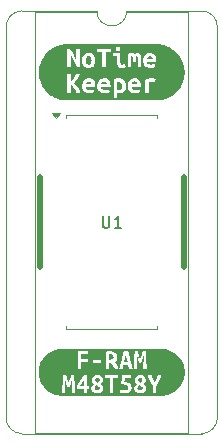
<source format=gbr>
%TF.GenerationSoftware,KiCad,Pcbnew,8.0.8*%
%TF.CreationDate,2025-02-02T11:15:27+01:00*%
%TF.ProjectId,NoTimekeeper,4e6f5469-6d65-46b6-9565-7065722e6b69,rev?*%
%TF.SameCoordinates,Original*%
%TF.FileFunction,Legend,Top*%
%TF.FilePolarity,Positive*%
%FSLAX46Y46*%
G04 Gerber Fmt 4.6, Leading zero omitted, Abs format (unit mm)*
G04 Created by KiCad (PCBNEW 8.0.8) date 2025-02-02 11:15:27*
%MOMM*%
%LPD*%
G01*
G04 APERTURE LIST*
%ADD10C,0.500000*%
%ADD11C,0.150000*%
%ADD12C,0.120000*%
%ADD13C,0.000000*%
G04 APERTURE END LIST*
D10*
X111709000Y-66213724D02*
X111709000Y-73833724D01*
X123901000Y-73833724D02*
X123901000Y-66213724D01*
D11*
X117043095Y-69478543D02*
X117043095Y-70288066D01*
X117043095Y-70288066D02*
X117090714Y-70383304D01*
X117090714Y-70383304D02*
X117138333Y-70430924D01*
X117138333Y-70430924D02*
X117233571Y-70478543D01*
X117233571Y-70478543D02*
X117424047Y-70478543D01*
X117424047Y-70478543D02*
X117519285Y-70430924D01*
X117519285Y-70430924D02*
X117566904Y-70383304D01*
X117566904Y-70383304D02*
X117614523Y-70288066D01*
X117614523Y-70288066D02*
X117614523Y-69478543D01*
X118614523Y-70478543D02*
X118043095Y-70478543D01*
X118328809Y-70478543D02*
X118328809Y-69478543D01*
X118328809Y-69478543D02*
X118233571Y-69621400D01*
X118233571Y-69621400D02*
X118138333Y-69716638D01*
X118138333Y-69716638D02*
X118043095Y-69764257D01*
D12*
%TO.C,U4*%
X108855000Y-53505000D02*
X108855000Y-86525000D01*
X110185000Y-87915000D02*
X125425000Y-87915000D01*
X111345000Y-52175000D02*
X111345000Y-87855000D01*
X111345000Y-87855000D02*
X124265000Y-87855000D01*
X116535000Y-52115000D02*
X110185000Y-52115000D01*
X116535000Y-52175000D02*
X111345000Y-52175000D01*
X119075000Y-52115000D02*
X125425000Y-52115000D01*
X124265000Y-52175000D02*
X119075000Y-52175000D01*
X124265000Y-87855000D02*
X124265000Y-52175000D01*
X126755000Y-86525000D02*
X126755000Y-53505000D01*
X108855000Y-53505000D02*
G75*
G02*
X110185000Y-52115000I1360000J30000D01*
G01*
X110185000Y-87915000D02*
G75*
G02*
X108855000Y-86525000I30000J1360000D01*
G01*
X119075000Y-52115000D02*
G75*
G02*
X116535000Y-52115000I-1270000J0D01*
G01*
X125425000Y-52115000D02*
G75*
G02*
X126755000Y-53505000I-30000J-1360000D01*
G01*
X126755000Y-86525000D02*
G75*
G02*
X125425000Y-87915000I-1360000J-30000D01*
G01*
D13*
%TO.C,kibuzzard-679CF58C*%
G36*
X115974952Y-58105092D02*
G01*
X116047326Y-58163250D01*
X116088683Y-58244672D01*
X116101607Y-58339017D01*
X115615662Y-58339017D01*
X115637633Y-58243379D01*
X115684160Y-58160665D01*
X115759120Y-58103799D01*
X115866389Y-58083121D01*
X115974952Y-58105092D01*
G37*
G36*
X117267359Y-58105092D02*
G01*
X117339733Y-58163250D01*
X117381091Y-58244672D01*
X117394015Y-58339017D01*
X116908070Y-58339017D01*
X116930040Y-58243379D01*
X116976567Y-58160665D01*
X117051527Y-58103799D01*
X117158796Y-58083121D01*
X117267359Y-58105092D01*
G37*
G36*
X119852173Y-58105092D02*
G01*
X119924548Y-58163250D01*
X119965905Y-58244672D01*
X119978829Y-58339017D01*
X119492884Y-58339017D01*
X119514855Y-58243379D01*
X119561381Y-58160665D01*
X119636341Y-58103799D01*
X119743611Y-58083121D01*
X119852173Y-58105092D01*
G37*
G36*
X121144580Y-55951080D02*
G01*
X121216955Y-56009238D01*
X121258312Y-56090660D01*
X121271236Y-56185005D01*
X120785291Y-56185005D01*
X120807262Y-56089367D01*
X120853788Y-56006653D01*
X120928748Y-55949787D01*
X121036018Y-55929109D01*
X121144580Y-55951080D01*
G37*
G36*
X118535210Y-58119631D02*
G01*
X118616632Y-58198145D01*
X118665097Y-58317369D01*
X118681252Y-58465673D01*
X118667682Y-58614623D01*
X118626971Y-58725447D01*
X118557827Y-58794268D01*
X118458958Y-58817208D01*
X118355565Y-58804284D01*
X118272851Y-58770681D01*
X118272851Y-58103799D01*
X118342641Y-58097337D01*
X118420186Y-58093460D01*
X118535210Y-58119631D01*
G37*
G36*
X115967520Y-55964327D02*
G01*
X116043449Y-56038963D01*
X116087068Y-56154311D01*
X116101607Y-56301322D01*
X116085775Y-56448656D01*
X116038280Y-56564973D01*
X115959766Y-56640579D01*
X115850881Y-56665781D01*
X115739410Y-56640579D01*
X115663481Y-56564973D01*
X115619863Y-56448656D01*
X115605323Y-56301322D01*
X115621155Y-56154311D01*
X115668651Y-56038963D01*
X115747165Y-55964327D01*
X115856050Y-55939448D01*
X115967520Y-55964327D01*
G37*
G36*
X121696299Y-54928218D02*
G01*
X121813272Y-54936846D01*
X121929680Y-54951204D01*
X122045244Y-54971256D01*
X122159684Y-54996954D01*
X122272726Y-55028237D01*
X122384097Y-55065029D01*
X122493528Y-55107241D01*
X122600756Y-55154772D01*
X122705522Y-55207507D01*
X122807575Y-55265320D01*
X122906669Y-55328070D01*
X123002563Y-55395607D01*
X123095029Y-55467767D01*
X123183842Y-55544378D01*
X123268789Y-55625255D01*
X123349666Y-55710202D01*
X123426277Y-55799015D01*
X123498438Y-55891481D01*
X123565974Y-55987376D01*
X123628725Y-56086469D01*
X123686537Y-56188522D01*
X123739272Y-56293288D01*
X123786803Y-56400516D01*
X123829015Y-56509948D01*
X123865807Y-56621318D01*
X123897090Y-56734360D01*
X123922788Y-56848800D01*
X123942840Y-56964364D01*
X123957198Y-57080772D01*
X123965826Y-57197745D01*
X123968705Y-57315000D01*
X123965826Y-57432255D01*
X123957198Y-57549228D01*
X123942840Y-57665636D01*
X123922788Y-57781200D01*
X123897090Y-57895640D01*
X123865807Y-58008682D01*
X123829015Y-58120052D01*
X123786803Y-58229484D01*
X123739272Y-58336712D01*
X123686537Y-58441478D01*
X123628725Y-58543531D01*
X123565974Y-58642624D01*
X123498438Y-58738519D01*
X123426277Y-58830985D01*
X123349666Y-58919798D01*
X123268789Y-59004745D01*
X123183842Y-59085622D01*
X123095029Y-59162233D01*
X123002563Y-59234393D01*
X122906669Y-59301930D01*
X122807575Y-59364680D01*
X122705522Y-59422493D01*
X122600756Y-59475228D01*
X122493528Y-59522759D01*
X122384097Y-59564971D01*
X122272726Y-59601763D01*
X122159684Y-59633046D01*
X122045244Y-59658744D01*
X121929680Y-59678796D01*
X121813272Y-59693154D01*
X121696299Y-59701782D01*
X121579044Y-59704661D01*
X121578829Y-59704661D01*
X120927456Y-59704661D01*
X120301931Y-59704661D01*
X119831494Y-59704661D01*
X118272851Y-59704661D01*
X117246680Y-59704661D01*
X115954273Y-59704661D01*
X114819540Y-59704661D01*
X114031171Y-59704661D01*
X114030956Y-59704661D01*
X113913701Y-59701782D01*
X113796728Y-59693154D01*
X113680320Y-59678796D01*
X113564756Y-59658744D01*
X113450316Y-59633046D01*
X113337274Y-59601763D01*
X113225903Y-59564971D01*
X113116472Y-59522759D01*
X113009244Y-59475228D01*
X112904478Y-59422493D01*
X112802425Y-59364680D01*
X112703332Y-59301930D01*
X112607437Y-59234394D01*
X112514971Y-59162233D01*
X112426158Y-59085622D01*
X112402151Y-59062765D01*
X114031171Y-59062765D01*
X114349103Y-59062765D01*
X114349103Y-58331263D01*
X114484806Y-58477305D01*
X114554273Y-58567127D01*
X114620509Y-58663411D01*
X114682221Y-58764219D01*
X114738118Y-58867612D01*
X114819540Y-59062765D01*
X115178829Y-59062765D01*
X115136826Y-58947418D01*
X115083191Y-58828840D01*
X115020186Y-58709938D01*
X114950073Y-58593621D01*
X114874144Y-58482151D01*
X114861441Y-58465673D01*
X115287391Y-58465673D01*
X115299023Y-58611069D01*
X115333918Y-58737079D01*
X115390460Y-58844025D01*
X115467036Y-58932232D01*
X115562674Y-59001376D01*
X115676406Y-59051134D01*
X115807262Y-59081182D01*
X115954273Y-59091198D01*
X116163643Y-59071812D01*
X116339410Y-59023993D01*
X116295469Y-58752588D01*
X116149427Y-58793945D01*
X115967197Y-58814623D01*
X115826325Y-58797499D01*
X115713885Y-58746125D01*
X115640218Y-58665027D01*
X115615662Y-58558726D01*
X116404031Y-58558726D01*
X116407908Y-58504445D01*
X116408683Y-58465673D01*
X116579798Y-58465673D01*
X116591430Y-58611069D01*
X116626325Y-58737079D01*
X116682868Y-58844025D01*
X116759443Y-58932232D01*
X116855081Y-59001376D01*
X116968813Y-59051134D01*
X117099669Y-59081182D01*
X117246680Y-59091198D01*
X117456050Y-59071812D01*
X117631818Y-59023993D01*
X117587876Y-58752588D01*
X117441834Y-58793945D01*
X117259604Y-58814623D01*
X117118732Y-58797499D01*
X117006292Y-58746125D01*
X116932625Y-58665027D01*
X116908070Y-58558726D01*
X117696438Y-58558726D01*
X117700315Y-58504445D01*
X117701607Y-58439825D01*
X117686099Y-58252713D01*
X117639572Y-58098055D01*
X117562028Y-57975851D01*
X117454614Y-57887536D01*
X117452402Y-57886675D01*
X117954919Y-57886675D01*
X117954919Y-59489260D01*
X118272851Y-59489260D01*
X118272851Y-59031747D01*
X118400154Y-59076335D01*
X118523578Y-59091198D01*
X118635372Y-59079567D01*
X118732948Y-59044672D01*
X118882868Y-58914138D01*
X118935210Y-58821731D01*
X118973336Y-58712523D01*
X118996599Y-58589421D01*
X119003756Y-58465673D01*
X119164612Y-58465673D01*
X119176244Y-58611069D01*
X119211139Y-58737079D01*
X119267682Y-58844025D01*
X119344257Y-58932232D01*
X119439895Y-59001376D01*
X119553627Y-59051134D01*
X119684483Y-59081182D01*
X119831494Y-59091198D01*
X120040864Y-59071812D01*
X120216632Y-59023993D01*
X120172690Y-58752588D01*
X120026648Y-58793945D01*
X119844418Y-58814623D01*
X119703546Y-58797499D01*
X119591107Y-58746125D01*
X119517439Y-58665027D01*
X119492884Y-58558726D01*
X120281252Y-58558726D01*
X120285129Y-58504445D01*
X120286422Y-58439825D01*
X120270913Y-58252713D01*
X120224386Y-58098055D01*
X120146842Y-57975851D01*
X120088682Y-57928032D01*
X120606939Y-57928032D01*
X120606939Y-59062765D01*
X120927456Y-59062765D01*
X120927456Y-58160665D01*
X121059281Y-58136109D01*
X121191107Y-58129647D01*
X121260897Y-58132232D01*
X121346196Y-58141279D01*
X121432787Y-58155495D01*
X121506454Y-58171004D01*
X121563320Y-57876335D01*
X121463805Y-57851780D01*
X121353950Y-57836271D01*
X121251850Y-57827224D01*
X121178183Y-57824639D01*
X121123902Y-57826949D01*
X121011139Y-57831747D01*
X120866712Y-57853072D01*
X120735210Y-57886029D01*
X120606939Y-57928032D01*
X120088682Y-57928032D01*
X120039428Y-57887536D01*
X119903295Y-57834548D01*
X119738441Y-57816885D01*
X119631171Y-57827224D01*
X119526486Y-57858242D01*
X119428910Y-57909615D01*
X119342965Y-57981020D01*
X119270590Y-58072458D01*
X119213724Y-58183928D01*
X119176890Y-58315108D01*
X119164612Y-58465673D01*
X119003756Y-58465673D01*
X119004354Y-58455334D01*
X118987696Y-58274110D01*
X118937723Y-58119882D01*
X118854435Y-57992652D01*
X118739841Y-57897876D01*
X118655404Y-57864505D01*
X118595953Y-57841010D01*
X118422771Y-57822054D01*
X118297730Y-57826578D01*
X118170751Y-57840148D01*
X118052819Y-57860827D01*
X117954919Y-57886675D01*
X117452402Y-57886675D01*
X117318481Y-57834548D01*
X117306131Y-57833224D01*
X117153627Y-57816885D01*
X117046357Y-57827224D01*
X116941672Y-57858242D01*
X116844095Y-57909615D01*
X116758150Y-57981020D01*
X116685775Y-58072458D01*
X116628910Y-58183928D01*
X116592076Y-58315108D01*
X116579798Y-58465673D01*
X116408683Y-58465673D01*
X116409200Y-58439825D01*
X116393691Y-58252713D01*
X116347165Y-58098055D01*
X116269620Y-57975851D01*
X116162207Y-57887536D01*
X116026073Y-57834548D01*
X115861220Y-57816885D01*
X115856050Y-57817383D01*
X115753950Y-57827224D01*
X115649265Y-57858242D01*
X115551688Y-57909615D01*
X115465743Y-57981020D01*
X115393368Y-58072458D01*
X115336502Y-58183928D01*
X115299669Y-58315108D01*
X115287391Y-58465673D01*
X114861441Y-58465673D01*
X114793691Y-58377789D01*
X114711624Y-58282798D01*
X114630848Y-58199437D01*
X114709362Y-58104445D01*
X114784645Y-58005576D01*
X114856050Y-57905738D01*
X114922932Y-57807838D01*
X114983998Y-57712846D01*
X115037956Y-57621731D01*
X115124548Y-57462765D01*
X114832464Y-57462765D01*
X114765259Y-57462765D01*
X114687714Y-57617854D01*
X114585614Y-57791037D01*
X114468005Y-57966804D01*
X114349103Y-58127062D01*
X114349103Y-57462765D01*
X114031171Y-57462765D01*
X114031171Y-59062765D01*
X112402151Y-59062765D01*
X112341211Y-59004745D01*
X112260334Y-58919798D01*
X112183723Y-58830985D01*
X112111562Y-58738519D01*
X112044026Y-58642624D01*
X111981276Y-58543531D01*
X111923463Y-58441478D01*
X111870728Y-58336712D01*
X111823197Y-58229484D01*
X111780985Y-58120052D01*
X111744193Y-58008682D01*
X111712910Y-57895640D01*
X111687212Y-57781200D01*
X111667160Y-57665636D01*
X111652802Y-57549228D01*
X111644174Y-57432255D01*
X111641295Y-57315000D01*
X111644174Y-57197745D01*
X111652802Y-57080772D01*
X111667160Y-56964364D01*
X111676809Y-56908753D01*
X114033756Y-56908753D01*
X114320670Y-56908753D01*
X114320670Y-55846395D01*
X114416739Y-56023742D01*
X114508500Y-56200801D01*
X114595953Y-56377574D01*
X114679098Y-56554347D01*
X114757935Y-56731406D01*
X114832464Y-56908753D01*
X115088360Y-56908753D01*
X115088360Y-56298737D01*
X115282221Y-56298737D01*
X115292561Y-56436702D01*
X115323578Y-56561096D01*
X115373659Y-56670627D01*
X115441187Y-56764004D01*
X115524548Y-56839610D01*
X115622124Y-56895829D01*
X115732948Y-56930724D01*
X115856050Y-56942356D01*
X115979152Y-56930724D01*
X116089976Y-56895829D01*
X116187229Y-56839610D01*
X116269620Y-56764004D01*
X116336179Y-56670627D01*
X116385937Y-56561096D01*
X116416955Y-56436702D01*
X116427294Y-56298737D01*
X116416955Y-56162711D01*
X116385937Y-56038963D01*
X116335856Y-55929755D01*
X116268328Y-55837348D01*
X116184968Y-55763034D01*
X116087391Y-55708107D01*
X115977213Y-55674181D01*
X115856050Y-55662873D01*
X115736502Y-55674181D01*
X115626002Y-55708107D01*
X115527456Y-55763034D01*
X115443772Y-55837348D01*
X115375921Y-55929755D01*
X115324871Y-56038963D01*
X115292884Y-56162711D01*
X115282221Y-56298737D01*
X115088360Y-56298737D01*
X115088360Y-55572404D01*
X116564289Y-55572404D01*
X116985614Y-55572404D01*
X116985614Y-56908753D01*
X117306131Y-56908753D01*
X117306131Y-55693891D01*
X117885129Y-55693891D01*
X117885129Y-55957542D01*
X118221155Y-55957542D01*
X118221155Y-56404715D01*
X118226325Y-56524262D01*
X118241834Y-56629593D01*
X118312916Y-56796314D01*
X118447326Y-56900999D01*
X118541349Y-56928139D01*
X118655404Y-56937186D01*
X118814370Y-56920385D01*
X118999184Y-56857057D01*
X118957827Y-56601160D01*
X118818247Y-56648980D01*
X118712270Y-56660611D01*
X118579152Y-56607623D01*
X118539087Y-56446072D01*
X118539087Y-55740417D01*
X119159443Y-55740417D01*
X119159443Y-56908753D01*
X119417924Y-56908753D01*
X119417924Y-55954957D01*
X119460574Y-55947202D01*
X119498053Y-55944618D01*
X119576890Y-55993729D01*
X119601446Y-56166912D01*
X119601446Y-56446072D01*
X119859927Y-56446072D01*
X119859927Y-56203099D01*
X119854758Y-56071274D01*
X119841834Y-55962711D01*
X119888360Y-55948495D01*
X119937472Y-55944618D01*
X119977536Y-55952372D01*
X120011139Y-55983390D01*
X120034402Y-56050595D01*
X120043449Y-56166912D01*
X120043449Y-56908753D01*
X120301931Y-56908753D01*
X120301931Y-56311661D01*
X120457019Y-56311661D01*
X120468651Y-56457057D01*
X120503546Y-56583067D01*
X120560089Y-56690013D01*
X120636664Y-56778220D01*
X120732302Y-56847364D01*
X120846034Y-56897122D01*
X120976890Y-56927170D01*
X121123902Y-56937186D01*
X121333271Y-56917800D01*
X121509039Y-56869981D01*
X121465097Y-56598576D01*
X121319055Y-56639933D01*
X121136826Y-56660611D01*
X120995953Y-56643487D01*
X120883514Y-56592114D01*
X120809847Y-56511015D01*
X120785291Y-56404715D01*
X121573659Y-56404715D01*
X121577536Y-56350433D01*
X121578829Y-56285813D01*
X121563320Y-56098701D01*
X121516793Y-55944043D01*
X121439249Y-55821839D01*
X121331835Y-55733525D01*
X121195702Y-55680536D01*
X121030848Y-55662873D01*
X120923578Y-55673212D01*
X120818893Y-55704230D01*
X120721317Y-55755603D01*
X120635372Y-55827009D01*
X120562997Y-55918446D01*
X120506131Y-56029917D01*
X120469297Y-56161096D01*
X120457019Y-56311661D01*
X120301931Y-56311661D01*
X120301931Y-56182421D01*
X120298700Y-56063842D01*
X120289007Y-55961419D01*
X120238603Y-55805038D01*
X120136502Y-55711984D01*
X119971074Y-55680967D01*
X119847003Y-55702938D01*
X119743611Y-55753341D01*
X119651850Y-55697768D01*
X119531656Y-55680967D01*
X119358473Y-55696475D01*
X119159443Y-55740417D01*
X118539087Y-55740417D01*
X118539087Y-55693891D01*
X118324548Y-55693891D01*
X117885129Y-55693891D01*
X117306131Y-55693891D01*
X117306131Y-55572404D01*
X117727456Y-55572404D01*
X117727456Y-55344941D01*
X118125517Y-55344941D01*
X118183675Y-55492275D01*
X118324548Y-55546556D01*
X118466712Y-55492275D01*
X118526163Y-55344941D01*
X118466712Y-55195022D01*
X118324548Y-55140740D01*
X118183675Y-55195022D01*
X118125517Y-55344941D01*
X117727456Y-55344941D01*
X117727456Y-55308753D01*
X116564289Y-55308753D01*
X116564289Y-55572404D01*
X115088360Y-55572404D01*
X115088360Y-55308753D01*
X114801446Y-55308753D01*
X114801446Y-56293568D01*
X114755889Y-56192760D01*
X114701931Y-56076443D01*
X114641187Y-55950433D01*
X114575275Y-55820547D01*
X114505808Y-55688398D01*
X114434402Y-55555603D01*
X114362028Y-55427332D01*
X114289653Y-55308753D01*
X114033756Y-55308753D01*
X114033756Y-56908753D01*
X111676809Y-56908753D01*
X111687212Y-56848800D01*
X111712910Y-56734360D01*
X111744193Y-56621318D01*
X111780985Y-56509948D01*
X111823197Y-56400516D01*
X111870728Y-56293288D01*
X111923463Y-56188522D01*
X111981276Y-56086469D01*
X112044026Y-55987376D01*
X112111562Y-55891481D01*
X112183723Y-55799015D01*
X112260334Y-55710202D01*
X112341211Y-55625255D01*
X112426158Y-55544378D01*
X112514971Y-55467767D01*
X112607437Y-55395606D01*
X112703332Y-55328070D01*
X112802425Y-55265320D01*
X112904478Y-55207507D01*
X113009244Y-55154772D01*
X113116472Y-55107241D01*
X113225903Y-55065029D01*
X113337274Y-55028237D01*
X113450316Y-54996954D01*
X113564756Y-54971256D01*
X113680320Y-54951204D01*
X113796728Y-54936846D01*
X113913701Y-54928218D01*
X114030956Y-54925339D01*
X114031171Y-54925339D01*
X121578829Y-54925339D01*
X121579044Y-54925339D01*
X121696299Y-54928218D01*
G37*
%TO.C,kibuzzard-679CF65F*%
G36*
X115453223Y-83868877D02*
G01*
X115113966Y-83868877D01*
X115186664Y-83730751D01*
X115272690Y-83591414D01*
X115363562Y-83459346D01*
X115453223Y-83340606D01*
X115453223Y-83868877D01*
G37*
G36*
X116716955Y-83220654D02*
G01*
X116773901Y-83347876D01*
X116742399Y-83477520D01*
X116635775Y-83599895D01*
X116516430Y-83542948D01*
X116439491Y-83488425D01*
X116383756Y-83350299D01*
X116443126Y-83221866D01*
X116580040Y-83178247D01*
X116716955Y-83220654D01*
G37*
G36*
X119045711Y-81399976D02*
G01*
X119084483Y-81550218D01*
X119117197Y-81699249D01*
X119146276Y-81854338D01*
X118853061Y-81854338D01*
X118883352Y-81699249D01*
X118917278Y-81550218D01*
X118956050Y-81399976D01*
X119000880Y-81238829D01*
X119045711Y-81399976D01*
G37*
G36*
X120351850Y-83220654D02*
G01*
X120408796Y-83347876D01*
X120377294Y-83477520D01*
X120270670Y-83599895D01*
X120151325Y-83542948D01*
X120074386Y-83488425D01*
X120018651Y-83350299D01*
X120078021Y-83221866D01*
X120214935Y-83178247D01*
X120351850Y-83220654D01*
G37*
G36*
X116635775Y-83862819D02*
G01*
X116738764Y-83923401D01*
X116796922Y-83990040D01*
X116815097Y-84074855D01*
X116750880Y-84199653D01*
X116577617Y-84251753D01*
X116414047Y-84202076D01*
X116344984Y-84055468D01*
X116381333Y-83923401D01*
X116485533Y-83798603D01*
X116635775Y-83862819D01*
G37*
G36*
X120270670Y-83862819D02*
G01*
X120373659Y-83923401D01*
X120431817Y-83990040D01*
X120449992Y-84074855D01*
X120385775Y-84199653D01*
X120212512Y-84251753D01*
X120048942Y-84202076D01*
X119979879Y-84055468D01*
X120016228Y-83923401D01*
X120120428Y-83798603D01*
X120270670Y-83862819D01*
G37*
G36*
X117811664Y-81204297D02*
G01*
X117895872Y-81246099D01*
X117950396Y-81317585D01*
X117968570Y-81420574D01*
X117900719Y-81588990D01*
X117811664Y-81633518D01*
X117680202Y-81648360D01*
X117614774Y-81648360D01*
X117614774Y-81197633D01*
X117663239Y-81191575D01*
X117704435Y-81190363D01*
X117811664Y-81204297D01*
G37*
G36*
X122198154Y-80738698D02*
G01*
X122390929Y-80767294D01*
X122579972Y-80814646D01*
X122763463Y-80880301D01*
X122939636Y-80963624D01*
X123106793Y-81063814D01*
X123263325Y-81179906D01*
X123407724Y-81310782D01*
X123538600Y-81455181D01*
X123654691Y-81611713D01*
X123754882Y-81778870D01*
X123838205Y-81955043D01*
X123903859Y-82138534D01*
X123951212Y-82327577D01*
X123979807Y-82520351D01*
X123989370Y-82715000D01*
X123979807Y-82909649D01*
X123951212Y-83102423D01*
X123903859Y-83291466D01*
X123838205Y-83474957D01*
X123754882Y-83651130D01*
X123654691Y-83818287D01*
X123538600Y-83974819D01*
X123407724Y-84119218D01*
X123263325Y-84250094D01*
X123106793Y-84366186D01*
X122939636Y-84466376D01*
X122763463Y-84549699D01*
X122579972Y-84615354D01*
X122390929Y-84662706D01*
X122198154Y-84691302D01*
X122003506Y-84700864D01*
X122003304Y-84700864D01*
X121579233Y-84700864D01*
X120765016Y-84700864D01*
X120207666Y-84700864D01*
X118886987Y-84700864D01*
X118370832Y-84700864D01*
X117941914Y-84700864D01*
X116572771Y-84700864D01*
X115751284Y-84700864D01*
X114706858Y-84700864D01*
X113606696Y-84700864D01*
X113606494Y-84700864D01*
X113411846Y-84691302D01*
X113219071Y-84662706D01*
X113030028Y-84615354D01*
X112846537Y-84549699D01*
X112672578Y-84467423D01*
X113606696Y-84467423D01*
X113880525Y-84467423D01*
X113868409Y-83301834D01*
X114045307Y-83936729D01*
X114263401Y-83936729D01*
X114447569Y-83301834D01*
X114433029Y-84467423D01*
X114706858Y-84467423D01*
X114701405Y-84275683D01*
X114694742Y-84088183D01*
X114686563Y-83903409D01*
X114686134Y-83895533D01*
X114828021Y-83895533D01*
X114828021Y-84113627D01*
X115453223Y-84113627D01*
X115453223Y-84467423D01*
X115751284Y-84467423D01*
X115751284Y-84113627D01*
X115913643Y-84113627D01*
X115913643Y-84091817D01*
X116066309Y-84091817D01*
X116102658Y-84262658D01*
X116205646Y-84391090D01*
X116365582Y-84471058D01*
X116464027Y-84491959D01*
X116572771Y-84498926D01*
X116706656Y-84489233D01*
X116817520Y-84460153D01*
X116978667Y-84362011D01*
X117068328Y-84227520D01*
X117096195Y-84079701D01*
X117081959Y-83970654D01*
X117039249Y-83871300D01*
X116962007Y-83780428D01*
X116844176Y-83696826D01*
X116938683Y-83620796D01*
X117004111Y-83528409D01*
X117042278Y-83426935D01*
X117055000Y-83323643D01*
X117033478Y-83214596D01*
X117246438Y-83214596D01*
X117641430Y-83214596D01*
X117641430Y-84467423D01*
X117941914Y-84467423D01*
X117941914Y-84421381D01*
X118482302Y-84421381D01*
X118551365Y-84448037D01*
X118651931Y-84473481D01*
X118768247Y-84491656D01*
X118886987Y-84498926D01*
X119025719Y-84489838D01*
X119146276Y-84462577D01*
X119248659Y-84418958D01*
X119332868Y-84360800D01*
X119444338Y-84206922D01*
X119466056Y-84091817D01*
X119701204Y-84091817D01*
X119737552Y-84262658D01*
X119840541Y-84391090D01*
X120000477Y-84471058D01*
X120098922Y-84491959D01*
X120207666Y-84498926D01*
X120341551Y-84489233D01*
X120452415Y-84460153D01*
X120613562Y-84362011D01*
X120703223Y-84227520D01*
X120731090Y-84079701D01*
X120716854Y-83970654D01*
X120674144Y-83871300D01*
X120596902Y-83780428D01*
X120479071Y-83696826D01*
X120573578Y-83620796D01*
X120639006Y-83528409D01*
X120677173Y-83426935D01*
X120689895Y-83323643D01*
X120658090Y-83162496D01*
X120562674Y-83037698D01*
X120431441Y-82967423D01*
X120852254Y-82967423D01*
X120914585Y-83129647D01*
X120978802Y-83286756D01*
X121044903Y-83438748D01*
X121115582Y-83589394D01*
X121193530Y-83742464D01*
X121278748Y-83897956D01*
X121278748Y-84467423D01*
X121579233Y-84467423D01*
X121579233Y-83895533D01*
X121644661Y-83778308D01*
X121705242Y-83664111D01*
X121761583Y-83551127D01*
X121814289Y-83437536D01*
X121863966Y-83323037D01*
X121911220Y-83207326D01*
X121957262Y-83089192D01*
X122003304Y-82967423D01*
X121695549Y-82967423D01*
X121636179Y-83141898D01*
X121602859Y-83238223D01*
X121568328Y-83333336D01*
X121498053Y-83512658D01*
X121436260Y-83653207D01*
X121364774Y-83495392D01*
X121295711Y-83322431D01*
X121230889Y-83143413D01*
X121172124Y-82967423D01*
X120852254Y-82967423D01*
X120431441Y-82967423D01*
X120413340Y-82957730D01*
X120219782Y-82931074D01*
X120094984Y-82941373D01*
X119991995Y-82972270D01*
X119844176Y-83076470D01*
X119762997Y-83218231D01*
X119737552Y-83369685D01*
X119776325Y-83544160D01*
X119832060Y-83624128D01*
X119921721Y-83699249D01*
X119822973Y-83782548D01*
X119754515Y-83877359D01*
X119714531Y-83981256D01*
X119701204Y-84091817D01*
X119466056Y-84091817D01*
X119480687Y-84014273D01*
X119464262Y-83873724D01*
X119414989Y-83755792D01*
X119332868Y-83660477D01*
X119217359Y-83588317D01*
X119067924Y-83539852D01*
X118884564Y-83515081D01*
X118896680Y-83376955D01*
X118908796Y-83214596D01*
X119424952Y-83214596D01*
X119424952Y-82967423D01*
X119267439Y-82967423D01*
X118659200Y-82967423D01*
X118650113Y-83152500D01*
X118637391Y-83344241D01*
X118620428Y-83541434D01*
X118598619Y-83742868D01*
X118765218Y-83748017D01*
X118896680Y-83763465D01*
X119072367Y-83821624D01*
X119154758Y-83911284D01*
X119175355Y-84026389D01*
X119163239Y-84106357D01*
X119118409Y-84175420D01*
X119028748Y-84225097D01*
X118884564Y-84244483D01*
X118771276Y-84239031D01*
X118678586Y-84222674D01*
X118542884Y-84174208D01*
X118482302Y-84421381D01*
X117941914Y-84421381D01*
X117941914Y-83214596D01*
X118336906Y-83214596D01*
X118336906Y-82967423D01*
X117246438Y-82967423D01*
X117246438Y-83214596D01*
X117033478Y-83214596D01*
X117023195Y-83162496D01*
X116927779Y-83037698D01*
X116912027Y-83029263D01*
X116778445Y-82957730D01*
X116584887Y-82931074D01*
X116460089Y-82941373D01*
X116357100Y-82972270D01*
X116209281Y-83076470D01*
X116128102Y-83218231D01*
X116102658Y-83369685D01*
X116141430Y-83544160D01*
X116197165Y-83624128D01*
X116286826Y-83699249D01*
X116188078Y-83782548D01*
X116119620Y-83877359D01*
X116079637Y-83981256D01*
X116066309Y-84091817D01*
X115913643Y-84091817D01*
X115913643Y-83868877D01*
X115751284Y-83868877D01*
X115751284Y-82967423D01*
X115484725Y-82967423D01*
X115387795Y-83070715D01*
X115290864Y-83186729D01*
X115196357Y-83310012D01*
X115106696Y-83435113D01*
X115023094Y-83559608D01*
X114946761Y-83681074D01*
X114915258Y-83735264D01*
X114880727Y-83794665D01*
X114828021Y-83895533D01*
X114686134Y-83895533D01*
X114676567Y-83719847D01*
X114664451Y-83535981D01*
X114649911Y-83350299D01*
X114633857Y-83161284D01*
X114617197Y-82967423D01*
X114370024Y-82967423D01*
X114326405Y-83095856D01*
X114273094Y-83261850D01*
X114212512Y-83446018D01*
X114151931Y-83631397D01*
X114096195Y-83456922D01*
X114038037Y-83270331D01*
X113983514Y-83098279D01*
X113941107Y-82967423D01*
X113693934Y-82967423D01*
X113677880Y-83131599D01*
X113663643Y-83309103D01*
X113651224Y-83496300D01*
X113640622Y-83689556D01*
X113631232Y-83886446D01*
X113622447Y-84084548D01*
X113614269Y-84279620D01*
X113606696Y-84467423D01*
X112672578Y-84467423D01*
X112670364Y-84466376D01*
X112503207Y-84366186D01*
X112346675Y-84250094D01*
X112202276Y-84119218D01*
X112071400Y-83974819D01*
X111955309Y-83818287D01*
X111855118Y-83651130D01*
X111771795Y-83474957D01*
X111706141Y-83291466D01*
X111658788Y-83102423D01*
X111630193Y-82909649D01*
X111620630Y-82715000D01*
X111630193Y-82520351D01*
X111640920Y-82448037D01*
X114915258Y-82448037D01*
X115213320Y-82448037D01*
X115213320Y-81973078D01*
X116248053Y-81973078D01*
X116912027Y-81973078D01*
X116912027Y-81679863D01*
X116248053Y-81679863D01*
X116248053Y-81973078D01*
X115213320Y-81973078D01*
X115213320Y-81805872D01*
X115756131Y-81805872D01*
X115756131Y-81558700D01*
X115213320Y-81558700D01*
X115213320Y-81195210D01*
X115833675Y-81195210D01*
X115833675Y-80969847D01*
X117316712Y-80969847D01*
X117316712Y-82448037D01*
X117614774Y-82448037D01*
X117614774Y-81895533D01*
X117769863Y-81895533D01*
X117851951Y-82032750D01*
X117928586Y-82168150D01*
X117997952Y-82305368D01*
X118058231Y-82448037D01*
X118370832Y-82448037D01*
X118419297Y-82448037D01*
X118729475Y-82448037D01*
X118797326Y-82101511D01*
X119197165Y-82101511D01*
X119267439Y-82448037D01*
X119587310Y-82448037D01*
X119664855Y-82448037D01*
X119938683Y-82448037D01*
X119926567Y-81282447D01*
X120103465Y-81917342D01*
X120321559Y-81917342D01*
X120505727Y-81282447D01*
X120491187Y-82448037D01*
X120765016Y-82448037D01*
X120759564Y-82256296D01*
X120752900Y-82068796D01*
X120744721Y-81884023D01*
X120734725Y-81700460D01*
X120722609Y-81516595D01*
X120708069Y-81330913D01*
X120692015Y-81141898D01*
X120675355Y-80948037D01*
X120428183Y-80948037D01*
X120384564Y-81076470D01*
X120331252Y-81242464D01*
X120270670Y-81426632D01*
X120210089Y-81612011D01*
X120154354Y-81437536D01*
X120096195Y-81250945D01*
X120041672Y-81078893D01*
X119999265Y-80948037D01*
X119752092Y-80948037D01*
X119736038Y-81112213D01*
X119721801Y-81289717D01*
X119709382Y-81476914D01*
X119698780Y-81670170D01*
X119689390Y-81867060D01*
X119680606Y-82065162D01*
X119672427Y-82260234D01*
X119664855Y-82448037D01*
X119587310Y-82448037D01*
X119547326Y-82277973D01*
X119506858Y-82112851D01*
X119465905Y-81952674D01*
X119424467Y-81797439D01*
X119382544Y-81647149D01*
X119329763Y-81464874D01*
X119276830Y-81287597D01*
X119223745Y-81115318D01*
X119170509Y-80948037D01*
X118845792Y-80948037D01*
X118794449Y-81113955D01*
X118742197Y-81284568D01*
X118689037Y-81459876D01*
X118634968Y-81639879D01*
X118591446Y-81788910D01*
X118548118Y-81944241D01*
X118504984Y-82105872D01*
X118462044Y-82273805D01*
X118419297Y-82448037D01*
X118370832Y-82448037D01*
X118301769Y-82289313D01*
X118218166Y-82122108D01*
X118128506Y-81962173D01*
X118041268Y-81822835D01*
X118147286Y-81754378D01*
X118218166Y-81660477D01*
X118258150Y-81547795D01*
X118271478Y-81422997D01*
X118261482Y-81305166D01*
X118231494Y-81203691D01*
X118116389Y-81049814D01*
X118033998Y-80997108D01*
X117937068Y-80960153D01*
X117826809Y-80938344D01*
X117704435Y-80931074D01*
X117619620Y-80933498D01*
X117517843Y-80939556D01*
X117412431Y-80951672D01*
X117316712Y-80969847D01*
X115833675Y-80969847D01*
X115833675Y-80948037D01*
X114915258Y-80948037D01*
X114915258Y-82448037D01*
X111640920Y-82448037D01*
X111658788Y-82327577D01*
X111706141Y-82138534D01*
X111771795Y-81955043D01*
X111855118Y-81778870D01*
X111955309Y-81611713D01*
X112071400Y-81455181D01*
X112202276Y-81310782D01*
X112346675Y-81179906D01*
X112503207Y-81063814D01*
X112670364Y-80963624D01*
X112846537Y-80880301D01*
X113030028Y-80814646D01*
X113219071Y-80767294D01*
X113411846Y-80738698D01*
X113606494Y-80729136D01*
X113606696Y-80729136D01*
X122003304Y-80729136D01*
X122003506Y-80729136D01*
X122198154Y-80738698D01*
G37*
D12*
%TO.C,U1*%
X113945000Y-60963724D02*
X113945000Y-61208724D01*
X113945000Y-79083724D02*
X113945000Y-78838724D01*
X117805000Y-60963724D02*
X113945000Y-60963724D01*
X117805000Y-60963724D02*
X121665000Y-60963724D01*
X117805000Y-79083724D02*
X113945000Y-79083724D01*
X117805000Y-79083724D02*
X121665000Y-79083724D01*
X121665000Y-60963724D02*
X121665000Y-61208724D01*
X121665000Y-79083724D02*
X121665000Y-78838724D01*
X113092500Y-61208724D02*
X112752500Y-60738724D01*
X113432500Y-60738724D01*
X113092500Y-61208724D01*
G36*
X113092500Y-61208724D02*
G01*
X112752500Y-60738724D01*
X113432500Y-60738724D01*
X113092500Y-61208724D01*
G37*
%TD*%
M02*

</source>
